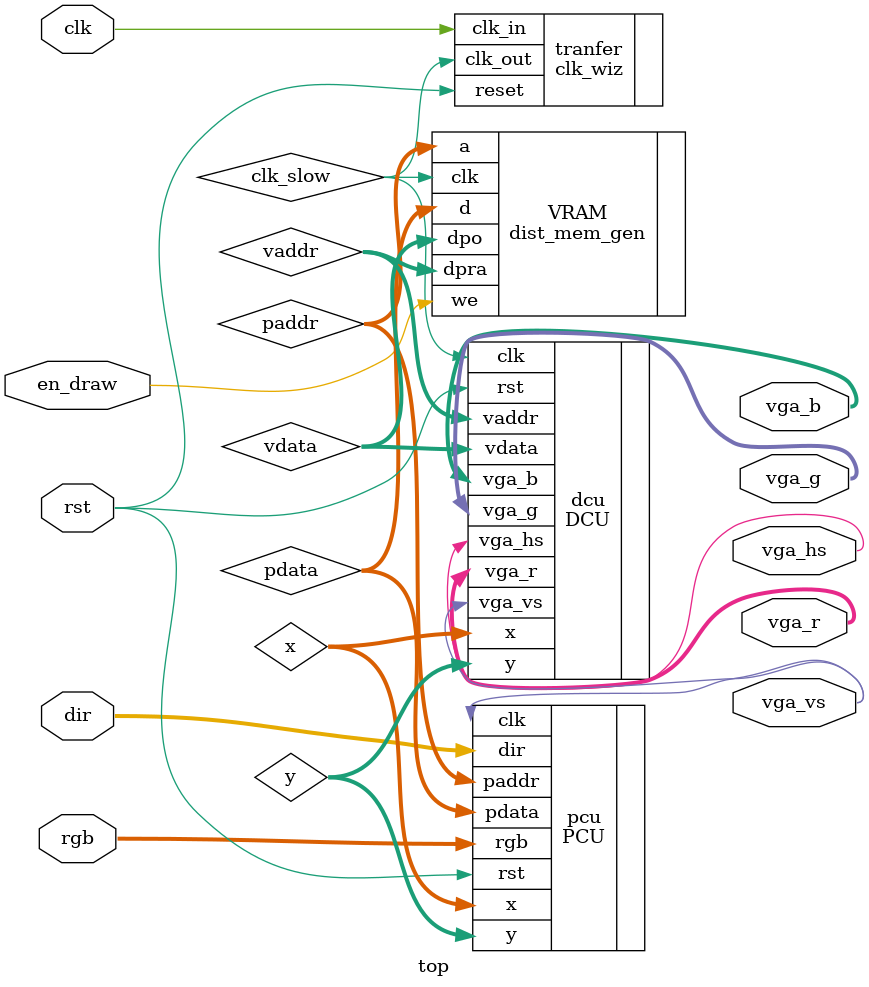
<source format=v>
`timescale 1ns / 1ps


module top(
    input [11:0]rgb,
    input [3:0] dir,
    input en_draw,
    input clk,
    input rst,
    output [3:0]vga_r,
    output [3:0]vga_g,
    output [3:0]vga_b,
    output vga_hs,
    output vga_vs
    );
    
    wire [7:0]x,y;
    wire [15:0]paddr;
    wire [11:0]pdata;
    wire clk_slow;
    wire [15:0]vaddr;
    wire [11:0]vdata;
    
    clk_wiz tranfer(
        .clk_in(clk),
        .clk_out(clk_slow),
        .reset(rst)
        );
    
    dist_mem_gen VRAM(
        .a(paddr),
        .d(pdata),
        .clk(clk_slow),
        .we(en_draw),
        .dpo(vdata),
        .dpra(vaddr)
        );
   
    PCU pcu(
        .clk(vga_vs),
        .rst(rst),
        .rgb(rgb),
        .dir(dir),
        .x(x),
        .y(y),
        .paddr(paddr),
        .pdata(pdata)
        );
        
    DCU dcu(
        .clk(clk_slow),
        .rst(rst),
        .x(x),
        .y(y),
        .vdata(vdata),
        .vaddr(vaddr),
        .vga_r(vga_r),
        .vga_g(vga_g),
        .vga_b(vga_b),
        .vga_hs(vga_hs),
        .vga_vs(vga_vs)
    );
endmodule

</source>
